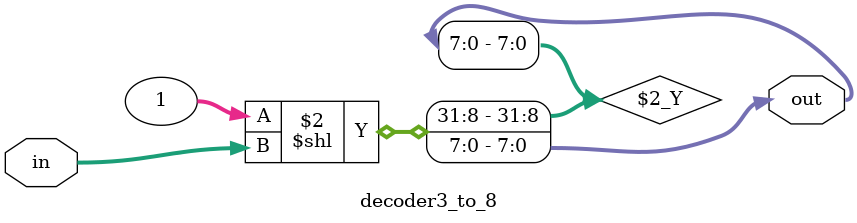
<source format=sv>
`timescale 1ns/1ns 
module decoder3_to_8 #(parameter width = 3)(/*AUTOARG*/
   // Outputs
   out,
   // Inputs
   in
   ); 
   //outputs
   output [2**width-1:0] out;
   //inputs
   input [width-1:0] in;
   
   /*AUTOREG*/ 
   // Beginning of automatic regs (for this module's undeclared outputs)
   reg [2**width-1:0]	out;
   // End of automatics
   /*AUTOWIRE*/ 
 

   always_comb begin
      out = 1 << in;
   end
   
endmodule 
// Local Variables: 
// Verilog-Library-Directories: (".")
// End: 

</source>
